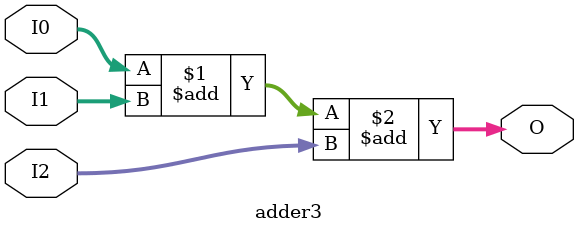
<source format=v>
module adder3(
  input  [15:0] I0, I1, I2,
  output [15:0] O);

  assign O = I0 + I1 + I2;	// <stdin>:3:10, :4:5
endmodule


</source>
